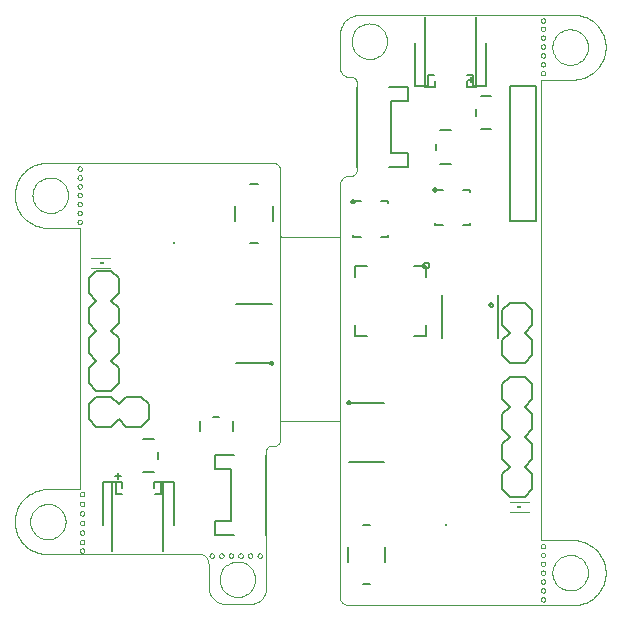
<source format=gto>
G75*
G70*
%OFA0B0*%
%FSLAX24Y24*%
%IPPOS*%
%LPD*%
%AMOC8*
5,1,8,0,0,1.08239X$1,22.5*
%
%ADD10C,0.0000*%
%ADD11C,0.0080*%
%ADD12C,0.0060*%
%ADD13C,0.0050*%
%ADD14R,0.0098X0.0098*%
%ADD15C,0.0028*%
%ADD16R,0.0157X0.0079*%
D10*
X001183Y005559D02*
X002265Y005559D01*
X002238Y005559D02*
X006238Y005559D01*
X006271Y005557D01*
X006305Y005552D01*
X006337Y005543D01*
X006368Y005531D01*
X006398Y005516D01*
X006426Y005498D01*
X006452Y005477D01*
X006476Y005453D01*
X006497Y005427D01*
X006515Y005399D01*
X006530Y005369D01*
X006542Y005338D01*
X006551Y005306D01*
X006556Y005272D01*
X006558Y005239D01*
X006558Y004439D01*
X006563Y004392D01*
X006572Y004346D01*
X006584Y004300D01*
X006600Y004256D01*
X006619Y004213D01*
X006642Y004171D01*
X006668Y004132D01*
X006696Y004094D01*
X006728Y004059D01*
X006762Y004027D01*
X006799Y003997D01*
X006838Y003970D01*
X006879Y003947D01*
X006921Y003927D01*
X006965Y003910D01*
X007011Y003896D01*
X007057Y003887D01*
X007104Y003880D01*
X007151Y003878D01*
X007198Y003879D01*
X007918Y003879D01*
X007964Y003881D01*
X008010Y003887D01*
X008055Y003896D01*
X008100Y003909D01*
X008143Y003926D01*
X008185Y003946D01*
X008224Y003970D01*
X008262Y003997D01*
X008297Y004027D01*
X008330Y004060D01*
X008360Y004095D01*
X008387Y004133D01*
X008411Y004172D01*
X008431Y004214D01*
X008448Y004257D01*
X008461Y004302D01*
X008470Y004347D01*
X008476Y004393D01*
X008478Y004439D01*
X008478Y008999D01*
X008480Y009022D01*
X008484Y009044D01*
X008492Y009065D01*
X008503Y009086D01*
X008517Y009104D01*
X008533Y009120D01*
X008551Y009134D01*
X008572Y009145D01*
X008593Y009153D01*
X008615Y009157D01*
X008638Y009159D01*
X008718Y009159D01*
X008747Y009161D01*
X008775Y009166D01*
X008802Y009174D01*
X008829Y009186D01*
X008853Y009201D01*
X008876Y009218D01*
X008896Y009238D01*
X008914Y009261D01*
X008929Y009285D01*
X008941Y009312D01*
X008950Y009339D01*
X008955Y009367D01*
X008957Y009396D01*
X008957Y009981D01*
X008957Y009976D02*
X008957Y016186D01*
X008957Y016161D02*
X008957Y018326D01*
X008955Y018357D01*
X008949Y018388D01*
X008940Y018418D01*
X008927Y018447D01*
X008911Y018474D01*
X008893Y018499D01*
X008871Y018522D01*
X008848Y018543D01*
X008822Y018561D01*
X008794Y018575D01*
X008765Y018587D01*
X008734Y018595D01*
X008703Y018600D01*
X008672Y018601D01*
X001182Y018601D01*
X001183Y018601D02*
X001120Y018599D01*
X001057Y018594D01*
X000995Y018584D01*
X000933Y018572D01*
X000872Y018555D01*
X000812Y018535D01*
X000754Y018512D01*
X000697Y018485D01*
X000641Y018455D01*
X000587Y018422D01*
X000536Y018386D01*
X000486Y018347D01*
X000439Y018305D01*
X000395Y018260D01*
X000353Y018213D01*
X000314Y018163D01*
X000278Y018112D01*
X000245Y018058D01*
X000215Y018003D01*
X000188Y017945D01*
X000165Y017887D01*
X000145Y017827D01*
X000129Y017766D01*
X000116Y017704D01*
X000107Y017642D01*
X000102Y017579D01*
X000100Y017516D01*
X000102Y017453D01*
X000107Y017390D01*
X000116Y017328D01*
X000129Y017266D01*
X000145Y017205D01*
X000165Y017146D01*
X000189Y017087D01*
X000215Y017030D01*
X000245Y016975D01*
X000278Y016921D01*
X000314Y016869D01*
X000353Y016820D01*
X000395Y016773D01*
X000440Y016728D01*
X000487Y016686D01*
X000536Y016647D01*
X000588Y016611D01*
X000641Y016578D01*
X000697Y016548D01*
X000754Y016522D01*
X000813Y016498D01*
X000872Y016478D01*
X000933Y016462D01*
X000995Y016449D01*
X001057Y016440D01*
X001120Y016435D01*
X001183Y016433D01*
X002265Y016433D01*
X002265Y007719D01*
X001183Y007719D01*
X001120Y007717D01*
X001057Y007712D01*
X000995Y007703D01*
X000933Y007690D01*
X000872Y007674D01*
X000813Y007654D01*
X000754Y007630D01*
X000697Y007604D01*
X000642Y007574D01*
X000588Y007541D01*
X000536Y007505D01*
X000487Y007466D01*
X000440Y007424D01*
X000395Y007379D01*
X000353Y007332D01*
X000314Y007283D01*
X000278Y007231D01*
X000245Y007178D01*
X000215Y007122D01*
X000189Y007065D01*
X000165Y007006D01*
X000145Y006947D01*
X000129Y006886D01*
X000116Y006824D01*
X000107Y006762D01*
X000102Y006699D01*
X000100Y006636D01*
X000102Y006573D01*
X000107Y006510D01*
X000116Y006448D01*
X000129Y006386D01*
X000145Y006325D01*
X000165Y006266D01*
X000189Y006207D01*
X000215Y006150D01*
X000245Y006095D01*
X000278Y006041D01*
X000314Y005989D01*
X000353Y005940D01*
X000395Y005893D01*
X000440Y005848D01*
X000487Y005806D01*
X000536Y005767D01*
X000588Y005731D01*
X000641Y005698D01*
X000697Y005668D01*
X000754Y005642D01*
X000813Y005618D01*
X000872Y005598D01*
X000933Y005582D01*
X000995Y005569D01*
X001057Y005560D01*
X001120Y005555D01*
X001183Y005553D01*
X000610Y006636D02*
X000612Y006684D01*
X000618Y006732D01*
X000628Y006779D01*
X000641Y006825D01*
X000659Y006870D01*
X000679Y006914D01*
X000704Y006956D01*
X000732Y006995D01*
X000762Y007032D01*
X000796Y007066D01*
X000833Y007098D01*
X000871Y007127D01*
X000912Y007152D01*
X000955Y007174D01*
X001000Y007192D01*
X001046Y007206D01*
X001093Y007217D01*
X001141Y007224D01*
X001189Y007227D01*
X001237Y007226D01*
X001285Y007221D01*
X001333Y007212D01*
X001379Y007200D01*
X001424Y007183D01*
X001468Y007163D01*
X001510Y007140D01*
X001550Y007113D01*
X001588Y007083D01*
X001623Y007050D01*
X001655Y007014D01*
X001685Y006976D01*
X001711Y006935D01*
X001733Y006892D01*
X001753Y006848D01*
X001768Y006803D01*
X001780Y006756D01*
X001788Y006708D01*
X001792Y006660D01*
X001792Y006612D01*
X001788Y006564D01*
X001780Y006516D01*
X001768Y006469D01*
X001753Y006424D01*
X001733Y006380D01*
X001711Y006337D01*
X001685Y006296D01*
X001655Y006258D01*
X001623Y006222D01*
X001588Y006189D01*
X001550Y006159D01*
X001510Y006132D01*
X001468Y006109D01*
X001424Y006089D01*
X001379Y006072D01*
X001333Y006060D01*
X001285Y006051D01*
X001237Y006046D01*
X001189Y006045D01*
X001141Y006048D01*
X001093Y006055D01*
X001046Y006066D01*
X001000Y006080D01*
X000955Y006098D01*
X000912Y006120D01*
X000871Y006145D01*
X000833Y006174D01*
X000796Y006206D01*
X000762Y006240D01*
X000732Y006277D01*
X000704Y006316D01*
X000679Y006358D01*
X000659Y006402D01*
X000641Y006447D01*
X000628Y006493D01*
X000618Y006540D01*
X000612Y006588D01*
X000610Y006636D01*
X002270Y006591D02*
X002272Y006608D01*
X002277Y006624D01*
X002286Y006638D01*
X002298Y006650D01*
X002312Y006659D01*
X002328Y006664D01*
X002345Y006666D01*
X002362Y006664D01*
X002378Y006659D01*
X002392Y006650D01*
X002404Y006638D01*
X002413Y006624D01*
X002418Y006608D01*
X002420Y006591D01*
X002418Y006574D01*
X002413Y006558D01*
X002404Y006544D01*
X002392Y006532D01*
X002378Y006523D01*
X002362Y006518D01*
X002345Y006516D01*
X002328Y006518D01*
X002312Y006523D01*
X002298Y006532D01*
X002286Y006544D01*
X002277Y006558D01*
X002272Y006574D01*
X002270Y006591D01*
X002270Y006911D02*
X002272Y006928D01*
X002277Y006944D01*
X002286Y006958D01*
X002298Y006970D01*
X002312Y006979D01*
X002328Y006984D01*
X002345Y006986D01*
X002362Y006984D01*
X002378Y006979D01*
X002392Y006970D01*
X002404Y006958D01*
X002413Y006944D01*
X002418Y006928D01*
X002420Y006911D01*
X002418Y006894D01*
X002413Y006878D01*
X002404Y006864D01*
X002392Y006852D01*
X002378Y006843D01*
X002362Y006838D01*
X002345Y006836D01*
X002328Y006838D01*
X002312Y006843D01*
X002298Y006852D01*
X002286Y006864D01*
X002277Y006878D01*
X002272Y006894D01*
X002270Y006911D01*
X002270Y007231D02*
X002272Y007248D01*
X002277Y007264D01*
X002286Y007278D01*
X002298Y007290D01*
X002312Y007299D01*
X002328Y007304D01*
X002345Y007306D01*
X002362Y007304D01*
X002378Y007299D01*
X002392Y007290D01*
X002404Y007278D01*
X002413Y007264D01*
X002418Y007248D01*
X002420Y007231D01*
X002418Y007214D01*
X002413Y007198D01*
X002404Y007184D01*
X002392Y007172D01*
X002378Y007163D01*
X002362Y007158D01*
X002345Y007156D01*
X002328Y007158D01*
X002312Y007163D01*
X002298Y007172D01*
X002286Y007184D01*
X002277Y007198D01*
X002272Y007214D01*
X002270Y007231D01*
X002270Y007551D02*
X002272Y007568D01*
X002277Y007584D01*
X002286Y007598D01*
X002298Y007610D01*
X002312Y007619D01*
X002328Y007624D01*
X002345Y007626D01*
X002362Y007624D01*
X002378Y007619D01*
X002392Y007610D01*
X002404Y007598D01*
X002413Y007584D01*
X002418Y007568D01*
X002420Y007551D01*
X002418Y007534D01*
X002413Y007518D01*
X002404Y007504D01*
X002392Y007492D01*
X002378Y007483D01*
X002362Y007478D01*
X002345Y007476D01*
X002328Y007478D01*
X002312Y007483D01*
X002298Y007492D01*
X002286Y007504D01*
X002277Y007518D01*
X002272Y007534D01*
X002270Y007551D01*
X002270Y006271D02*
X002272Y006288D01*
X002277Y006304D01*
X002286Y006318D01*
X002298Y006330D01*
X002312Y006339D01*
X002328Y006344D01*
X002345Y006346D01*
X002362Y006344D01*
X002378Y006339D01*
X002392Y006330D01*
X002404Y006318D01*
X002413Y006304D01*
X002418Y006288D01*
X002420Y006271D01*
X002418Y006254D01*
X002413Y006238D01*
X002404Y006224D01*
X002392Y006212D01*
X002378Y006203D01*
X002362Y006198D01*
X002345Y006196D01*
X002328Y006198D01*
X002312Y006203D01*
X002298Y006212D01*
X002286Y006224D01*
X002277Y006238D01*
X002272Y006254D01*
X002270Y006271D01*
X002270Y005951D02*
X002272Y005968D01*
X002277Y005984D01*
X002286Y005998D01*
X002298Y006010D01*
X002312Y006019D01*
X002328Y006024D01*
X002345Y006026D01*
X002362Y006024D01*
X002378Y006019D01*
X002392Y006010D01*
X002404Y005998D01*
X002413Y005984D01*
X002418Y005968D01*
X002420Y005951D01*
X002418Y005934D01*
X002413Y005918D01*
X002404Y005904D01*
X002392Y005892D01*
X002378Y005883D01*
X002362Y005878D01*
X002345Y005876D01*
X002328Y005878D01*
X002312Y005883D01*
X002298Y005892D01*
X002286Y005904D01*
X002277Y005918D01*
X002272Y005934D01*
X002270Y005951D01*
X002270Y005671D02*
X002272Y005688D01*
X002277Y005704D01*
X002286Y005718D01*
X002298Y005730D01*
X002312Y005739D01*
X002328Y005744D01*
X002345Y005746D01*
X002362Y005744D01*
X002378Y005739D01*
X002392Y005730D01*
X002404Y005718D01*
X002413Y005704D01*
X002418Y005688D01*
X002420Y005671D01*
X002418Y005654D01*
X002413Y005638D01*
X002404Y005624D01*
X002392Y005612D01*
X002378Y005603D01*
X002362Y005598D01*
X002345Y005596D01*
X002328Y005598D01*
X002312Y005603D01*
X002298Y005612D01*
X002286Y005624D01*
X002277Y005638D01*
X002272Y005654D01*
X002270Y005671D01*
X006590Y005504D02*
X006592Y005521D01*
X006597Y005537D01*
X006606Y005551D01*
X006618Y005563D01*
X006632Y005572D01*
X006648Y005577D01*
X006665Y005579D01*
X006682Y005577D01*
X006698Y005572D01*
X006712Y005563D01*
X006724Y005551D01*
X006733Y005537D01*
X006738Y005521D01*
X006740Y005504D01*
X006738Y005487D01*
X006733Y005471D01*
X006724Y005457D01*
X006712Y005445D01*
X006698Y005436D01*
X006682Y005431D01*
X006665Y005429D01*
X006648Y005431D01*
X006632Y005436D01*
X006618Y005445D01*
X006606Y005457D01*
X006597Y005471D01*
X006592Y005487D01*
X006590Y005504D01*
X006910Y005504D02*
X006912Y005521D01*
X006917Y005537D01*
X006926Y005551D01*
X006938Y005563D01*
X006952Y005572D01*
X006968Y005577D01*
X006985Y005579D01*
X007002Y005577D01*
X007018Y005572D01*
X007032Y005563D01*
X007044Y005551D01*
X007053Y005537D01*
X007058Y005521D01*
X007060Y005504D01*
X007058Y005487D01*
X007053Y005471D01*
X007044Y005457D01*
X007032Y005445D01*
X007018Y005436D01*
X007002Y005431D01*
X006985Y005429D01*
X006968Y005431D01*
X006952Y005436D01*
X006938Y005445D01*
X006926Y005457D01*
X006917Y005471D01*
X006912Y005487D01*
X006910Y005504D01*
X007230Y005504D02*
X007232Y005521D01*
X007237Y005537D01*
X007246Y005551D01*
X007258Y005563D01*
X007272Y005572D01*
X007288Y005577D01*
X007305Y005579D01*
X007322Y005577D01*
X007338Y005572D01*
X007352Y005563D01*
X007364Y005551D01*
X007373Y005537D01*
X007378Y005521D01*
X007380Y005504D01*
X007378Y005487D01*
X007373Y005471D01*
X007364Y005457D01*
X007352Y005445D01*
X007338Y005436D01*
X007322Y005431D01*
X007305Y005429D01*
X007288Y005431D01*
X007272Y005436D01*
X007258Y005445D01*
X007246Y005457D01*
X007237Y005471D01*
X007232Y005487D01*
X007230Y005504D01*
X007550Y005504D02*
X007552Y005521D01*
X007557Y005537D01*
X007566Y005551D01*
X007578Y005563D01*
X007592Y005572D01*
X007608Y005577D01*
X007625Y005579D01*
X007642Y005577D01*
X007658Y005572D01*
X007672Y005563D01*
X007684Y005551D01*
X007693Y005537D01*
X007698Y005521D01*
X007700Y005504D01*
X007698Y005487D01*
X007693Y005471D01*
X007684Y005457D01*
X007672Y005445D01*
X007658Y005436D01*
X007642Y005431D01*
X007625Y005429D01*
X007608Y005431D01*
X007592Y005436D01*
X007578Y005445D01*
X007566Y005457D01*
X007557Y005471D01*
X007552Y005487D01*
X007550Y005504D01*
X007870Y005504D02*
X007872Y005521D01*
X007877Y005537D01*
X007886Y005551D01*
X007898Y005563D01*
X007912Y005572D01*
X007928Y005577D01*
X007945Y005579D01*
X007962Y005577D01*
X007978Y005572D01*
X007992Y005563D01*
X008004Y005551D01*
X008013Y005537D01*
X008018Y005521D01*
X008020Y005504D01*
X008018Y005487D01*
X008013Y005471D01*
X008004Y005457D01*
X007992Y005445D01*
X007978Y005436D01*
X007962Y005431D01*
X007945Y005429D01*
X007928Y005431D01*
X007912Y005436D01*
X007898Y005445D01*
X007886Y005457D01*
X007877Y005471D01*
X007872Y005487D01*
X007870Y005504D01*
X008190Y005504D02*
X008192Y005521D01*
X008197Y005537D01*
X008206Y005551D01*
X008218Y005563D01*
X008232Y005572D01*
X008248Y005577D01*
X008265Y005579D01*
X008282Y005577D01*
X008298Y005572D01*
X008312Y005563D01*
X008324Y005551D01*
X008333Y005537D01*
X008338Y005521D01*
X008340Y005504D01*
X008338Y005487D01*
X008333Y005471D01*
X008324Y005457D01*
X008312Y005445D01*
X008298Y005436D01*
X008282Y005431D01*
X008265Y005429D01*
X008248Y005431D01*
X008232Y005436D01*
X008218Y005445D01*
X008206Y005457D01*
X008197Y005471D01*
X008192Y005487D01*
X008190Y005504D01*
X006930Y004716D02*
X006932Y004764D01*
X006938Y004812D01*
X006948Y004859D01*
X006961Y004905D01*
X006979Y004950D01*
X006999Y004994D01*
X007024Y005036D01*
X007052Y005075D01*
X007082Y005112D01*
X007116Y005146D01*
X007153Y005178D01*
X007191Y005207D01*
X007232Y005232D01*
X007275Y005254D01*
X007320Y005272D01*
X007366Y005286D01*
X007413Y005297D01*
X007461Y005304D01*
X007509Y005307D01*
X007557Y005306D01*
X007605Y005301D01*
X007653Y005292D01*
X007699Y005280D01*
X007744Y005263D01*
X007788Y005243D01*
X007830Y005220D01*
X007870Y005193D01*
X007908Y005163D01*
X007943Y005130D01*
X007975Y005094D01*
X008005Y005056D01*
X008031Y005015D01*
X008053Y004972D01*
X008073Y004928D01*
X008088Y004883D01*
X008100Y004836D01*
X008108Y004788D01*
X008112Y004740D01*
X008112Y004692D01*
X008108Y004644D01*
X008100Y004596D01*
X008088Y004549D01*
X008073Y004504D01*
X008053Y004460D01*
X008031Y004417D01*
X008005Y004376D01*
X007975Y004338D01*
X007943Y004302D01*
X007908Y004269D01*
X007870Y004239D01*
X007830Y004212D01*
X007788Y004189D01*
X007744Y004169D01*
X007699Y004152D01*
X007653Y004140D01*
X007605Y004131D01*
X007557Y004126D01*
X007509Y004125D01*
X007461Y004128D01*
X007413Y004135D01*
X007366Y004146D01*
X007320Y004160D01*
X007275Y004178D01*
X007232Y004200D01*
X007191Y004225D01*
X007153Y004254D01*
X007116Y004286D01*
X007082Y004320D01*
X007052Y004357D01*
X007024Y004396D01*
X006999Y004438D01*
X006979Y004482D01*
X006961Y004527D01*
X006948Y004573D01*
X006938Y004620D01*
X006932Y004668D01*
X006930Y004716D01*
X010935Y004126D02*
X010935Y009996D01*
X008972Y009996D01*
X008966Y009995D01*
X008961Y009992D01*
X008958Y009987D01*
X008957Y009981D01*
X010935Y009761D02*
X010935Y016171D01*
X010935Y016161D02*
X010935Y017851D01*
X010937Y017884D01*
X010942Y017917D01*
X010951Y017950D01*
X010963Y017981D01*
X010978Y018011D01*
X010997Y018039D01*
X011018Y018065D01*
X011042Y018089D01*
X011068Y018110D01*
X011096Y018128D01*
X011126Y018144D01*
X011158Y018156D01*
X011190Y018164D01*
X011223Y018169D01*
X011257Y018171D01*
X011256Y018171D02*
X011336Y018171D01*
X011359Y018173D01*
X011381Y018177D01*
X011402Y018185D01*
X011423Y018196D01*
X011441Y018210D01*
X011457Y018226D01*
X011471Y018244D01*
X011482Y018265D01*
X011490Y018286D01*
X011494Y018308D01*
X011496Y018331D01*
X011496Y021291D01*
X011494Y021314D01*
X011490Y021336D01*
X011482Y021357D01*
X011471Y021378D01*
X011457Y021396D01*
X011441Y021412D01*
X011423Y021426D01*
X011402Y021437D01*
X011381Y021445D01*
X011359Y021449D01*
X011336Y021451D01*
X011256Y021451D01*
X011223Y021453D01*
X011189Y021458D01*
X011157Y021467D01*
X011126Y021479D01*
X011096Y021494D01*
X011068Y021512D01*
X011042Y021533D01*
X011018Y021557D01*
X010997Y021583D01*
X010979Y021611D01*
X010964Y021641D01*
X010952Y021672D01*
X010943Y021704D01*
X010938Y021738D01*
X010936Y021771D01*
X010936Y022847D01*
X010938Y022898D01*
X010944Y022950D01*
X010953Y023000D01*
X010967Y023050D01*
X010984Y023099D01*
X011004Y023146D01*
X011028Y023192D01*
X011056Y023235D01*
X011086Y023277D01*
X011120Y023316D01*
X011156Y023352D01*
X011195Y023386D01*
X011237Y023416D01*
X011280Y023444D01*
X011326Y023468D01*
X011373Y023488D01*
X011422Y023505D01*
X011472Y023519D01*
X011522Y023528D01*
X011574Y023534D01*
X011625Y023536D01*
X018712Y023536D01*
X018775Y023534D01*
X018838Y023529D01*
X018900Y023520D01*
X018962Y023507D01*
X019023Y023491D01*
X019082Y023471D01*
X019141Y023447D01*
X019198Y023421D01*
X019254Y023391D01*
X019307Y023358D01*
X019359Y023322D01*
X019408Y023283D01*
X019455Y023241D01*
X019500Y023196D01*
X019542Y023149D01*
X019581Y023100D01*
X019617Y023048D01*
X019650Y022994D01*
X019680Y022939D01*
X019706Y022882D01*
X019730Y022823D01*
X019750Y022764D01*
X019766Y022703D01*
X019779Y022641D01*
X019788Y022579D01*
X019793Y022516D01*
X019795Y022453D01*
X019793Y022390D01*
X019788Y022327D01*
X019779Y022265D01*
X019766Y022203D01*
X019750Y022142D01*
X019730Y022083D01*
X019706Y022024D01*
X019680Y021967D01*
X019650Y021912D01*
X019617Y021858D01*
X019581Y021806D01*
X019542Y021757D01*
X019500Y021710D01*
X019455Y021665D01*
X019408Y021623D01*
X019359Y021584D01*
X019307Y021548D01*
X019254Y021515D01*
X019198Y021485D01*
X019141Y021459D01*
X019082Y021435D01*
X019023Y021415D01*
X018962Y021399D01*
X018900Y021386D01*
X018838Y021377D01*
X018775Y021372D01*
X018712Y021370D01*
X017629Y021370D01*
X017629Y006016D01*
X018712Y006016D01*
X017634Y005819D02*
X017636Y005836D01*
X017641Y005852D01*
X017650Y005866D01*
X017662Y005878D01*
X017676Y005887D01*
X017692Y005892D01*
X017709Y005894D01*
X017726Y005892D01*
X017742Y005887D01*
X017756Y005878D01*
X017768Y005866D01*
X017777Y005852D01*
X017782Y005836D01*
X017784Y005819D01*
X017782Y005802D01*
X017777Y005786D01*
X017768Y005772D01*
X017756Y005760D01*
X017742Y005751D01*
X017726Y005746D01*
X017709Y005744D01*
X017692Y005746D01*
X017676Y005751D01*
X017662Y005760D01*
X017650Y005772D01*
X017641Y005786D01*
X017636Y005802D01*
X017634Y005819D01*
X017634Y005524D02*
X017636Y005541D01*
X017641Y005557D01*
X017650Y005571D01*
X017662Y005583D01*
X017676Y005592D01*
X017692Y005597D01*
X017709Y005599D01*
X017726Y005597D01*
X017742Y005592D01*
X017756Y005583D01*
X017768Y005571D01*
X017777Y005557D01*
X017782Y005541D01*
X017784Y005524D01*
X017782Y005507D01*
X017777Y005491D01*
X017768Y005477D01*
X017756Y005465D01*
X017742Y005456D01*
X017726Y005451D01*
X017709Y005449D01*
X017692Y005451D01*
X017676Y005456D01*
X017662Y005465D01*
X017650Y005477D01*
X017641Y005491D01*
X017636Y005507D01*
X017634Y005524D01*
X017634Y005229D02*
X017636Y005246D01*
X017641Y005262D01*
X017650Y005276D01*
X017662Y005288D01*
X017676Y005297D01*
X017692Y005302D01*
X017709Y005304D01*
X017726Y005302D01*
X017742Y005297D01*
X017756Y005288D01*
X017768Y005276D01*
X017777Y005262D01*
X017782Y005246D01*
X017784Y005229D01*
X017782Y005212D01*
X017777Y005196D01*
X017768Y005182D01*
X017756Y005170D01*
X017742Y005161D01*
X017726Y005156D01*
X017709Y005154D01*
X017692Y005156D01*
X017676Y005161D01*
X017662Y005170D01*
X017650Y005182D01*
X017641Y005196D01*
X017636Y005212D01*
X017634Y005229D01*
X017634Y004933D02*
X017636Y004950D01*
X017641Y004966D01*
X017650Y004980D01*
X017662Y004992D01*
X017676Y005001D01*
X017692Y005006D01*
X017709Y005008D01*
X017726Y005006D01*
X017742Y005001D01*
X017756Y004992D01*
X017768Y004980D01*
X017777Y004966D01*
X017782Y004950D01*
X017784Y004933D01*
X017782Y004916D01*
X017777Y004900D01*
X017768Y004886D01*
X017756Y004874D01*
X017742Y004865D01*
X017726Y004860D01*
X017709Y004858D01*
X017692Y004860D01*
X017676Y004865D01*
X017662Y004874D01*
X017650Y004886D01*
X017641Y004900D01*
X017636Y004916D01*
X017634Y004933D01*
X017634Y004638D02*
X017636Y004655D01*
X017641Y004671D01*
X017650Y004685D01*
X017662Y004697D01*
X017676Y004706D01*
X017692Y004711D01*
X017709Y004713D01*
X017726Y004711D01*
X017742Y004706D01*
X017756Y004697D01*
X017768Y004685D01*
X017777Y004671D01*
X017782Y004655D01*
X017784Y004638D01*
X017782Y004621D01*
X017777Y004605D01*
X017768Y004591D01*
X017756Y004579D01*
X017742Y004570D01*
X017726Y004565D01*
X017709Y004563D01*
X017692Y004565D01*
X017676Y004570D01*
X017662Y004579D01*
X017650Y004591D01*
X017641Y004605D01*
X017636Y004621D01*
X017634Y004638D01*
X017634Y004343D02*
X017636Y004360D01*
X017641Y004376D01*
X017650Y004390D01*
X017662Y004402D01*
X017676Y004411D01*
X017692Y004416D01*
X017709Y004418D01*
X017726Y004416D01*
X017742Y004411D01*
X017756Y004402D01*
X017768Y004390D01*
X017777Y004376D01*
X017782Y004360D01*
X017784Y004343D01*
X017782Y004326D01*
X017777Y004310D01*
X017768Y004296D01*
X017756Y004284D01*
X017742Y004275D01*
X017726Y004270D01*
X017709Y004268D01*
X017692Y004270D01*
X017676Y004275D01*
X017662Y004284D01*
X017650Y004296D01*
X017641Y004310D01*
X017636Y004326D01*
X017634Y004343D01*
X017634Y004047D02*
X017636Y004064D01*
X017641Y004080D01*
X017650Y004094D01*
X017662Y004106D01*
X017676Y004115D01*
X017692Y004120D01*
X017709Y004122D01*
X017726Y004120D01*
X017742Y004115D01*
X017756Y004106D01*
X017768Y004094D01*
X017777Y004080D01*
X017782Y004064D01*
X017784Y004047D01*
X017782Y004030D01*
X017777Y004014D01*
X017768Y004000D01*
X017756Y003988D01*
X017742Y003979D01*
X017726Y003974D01*
X017709Y003972D01*
X017692Y003974D01*
X017676Y003979D01*
X017662Y003988D01*
X017650Y004000D01*
X017641Y004014D01*
X017636Y004030D01*
X017634Y004047D01*
X017270Y003851D02*
X012870Y003851D01*
X011220Y003851D02*
X018712Y003851D01*
X019795Y004933D02*
X019793Y004996D01*
X019788Y005059D01*
X019779Y005121D01*
X019766Y005183D01*
X019750Y005244D01*
X019730Y005303D01*
X019706Y005362D01*
X019680Y005419D01*
X019650Y005474D01*
X019617Y005528D01*
X019581Y005580D01*
X019542Y005629D01*
X019500Y005676D01*
X019455Y005721D01*
X019408Y005763D01*
X019359Y005802D01*
X019307Y005838D01*
X019254Y005871D01*
X019198Y005901D01*
X019141Y005927D01*
X019082Y005951D01*
X019023Y005971D01*
X018962Y005987D01*
X018900Y006000D01*
X018838Y006009D01*
X018775Y006014D01*
X018712Y006016D01*
X019795Y004933D02*
X019793Y004870D01*
X019788Y004807D01*
X019779Y004745D01*
X019766Y004683D01*
X019750Y004622D01*
X019730Y004563D01*
X019706Y004504D01*
X019680Y004447D01*
X019650Y004392D01*
X019617Y004338D01*
X019581Y004286D01*
X019542Y004237D01*
X019500Y004190D01*
X019455Y004145D01*
X019408Y004103D01*
X019359Y004064D01*
X019307Y004028D01*
X019254Y003995D01*
X019198Y003965D01*
X019141Y003939D01*
X019082Y003915D01*
X019023Y003895D01*
X018962Y003879D01*
X018900Y003866D01*
X018838Y003857D01*
X018775Y003852D01*
X018712Y003850D01*
X018022Y004933D02*
X018024Y004981D01*
X018030Y005029D01*
X018040Y005076D01*
X018053Y005122D01*
X018071Y005167D01*
X018091Y005211D01*
X018116Y005253D01*
X018144Y005292D01*
X018174Y005329D01*
X018208Y005363D01*
X018245Y005395D01*
X018283Y005424D01*
X018324Y005449D01*
X018367Y005471D01*
X018412Y005489D01*
X018458Y005503D01*
X018505Y005514D01*
X018553Y005521D01*
X018601Y005524D01*
X018649Y005523D01*
X018697Y005518D01*
X018745Y005509D01*
X018791Y005497D01*
X018836Y005480D01*
X018880Y005460D01*
X018922Y005437D01*
X018962Y005410D01*
X019000Y005380D01*
X019035Y005347D01*
X019067Y005311D01*
X019097Y005273D01*
X019123Y005232D01*
X019145Y005189D01*
X019165Y005145D01*
X019180Y005100D01*
X019192Y005053D01*
X019200Y005005D01*
X019204Y004957D01*
X019204Y004909D01*
X019200Y004861D01*
X019192Y004813D01*
X019180Y004766D01*
X019165Y004721D01*
X019145Y004677D01*
X019123Y004634D01*
X019097Y004593D01*
X019067Y004555D01*
X019035Y004519D01*
X019000Y004486D01*
X018962Y004456D01*
X018922Y004429D01*
X018880Y004406D01*
X018836Y004386D01*
X018791Y004369D01*
X018745Y004357D01*
X018697Y004348D01*
X018649Y004343D01*
X018601Y004342D01*
X018553Y004345D01*
X018505Y004352D01*
X018458Y004363D01*
X018412Y004377D01*
X018367Y004395D01*
X018324Y004417D01*
X018283Y004442D01*
X018245Y004471D01*
X018208Y004503D01*
X018174Y004537D01*
X018144Y004574D01*
X018116Y004613D01*
X018091Y004655D01*
X018071Y004699D01*
X018053Y004744D01*
X018040Y004790D01*
X018030Y004837D01*
X018024Y004885D01*
X018022Y004933D01*
X011220Y003851D02*
X011189Y003852D01*
X011158Y003857D01*
X011127Y003865D01*
X011098Y003877D01*
X011070Y003891D01*
X011044Y003909D01*
X011021Y003930D01*
X010999Y003953D01*
X010981Y003978D01*
X010965Y004005D01*
X010952Y004034D01*
X010943Y004064D01*
X010937Y004095D01*
X010935Y004126D01*
X010885Y016111D02*
X009007Y016111D01*
X008994Y016113D01*
X008982Y016118D01*
X008972Y016126D01*
X008964Y016136D01*
X008959Y016148D01*
X008957Y016161D01*
X010885Y016111D02*
X010898Y016113D01*
X010910Y016118D01*
X010920Y016126D01*
X010928Y016136D01*
X010933Y016148D01*
X010935Y016161D01*
X007024Y018599D02*
X002624Y018599D01*
X002190Y018402D02*
X002192Y018419D01*
X002197Y018435D01*
X002206Y018449D01*
X002218Y018461D01*
X002232Y018470D01*
X002248Y018475D01*
X002265Y018477D01*
X002282Y018475D01*
X002298Y018470D01*
X002312Y018461D01*
X002324Y018449D01*
X002333Y018435D01*
X002338Y018419D01*
X002340Y018402D01*
X002338Y018385D01*
X002333Y018369D01*
X002324Y018355D01*
X002312Y018343D01*
X002298Y018334D01*
X002282Y018329D01*
X002265Y018327D01*
X002248Y018329D01*
X002232Y018334D01*
X002218Y018343D01*
X002206Y018355D01*
X002197Y018369D01*
X002192Y018385D01*
X002190Y018402D01*
X002190Y018107D02*
X002192Y018124D01*
X002197Y018140D01*
X002206Y018154D01*
X002218Y018166D01*
X002232Y018175D01*
X002248Y018180D01*
X002265Y018182D01*
X002282Y018180D01*
X002298Y018175D01*
X002312Y018166D01*
X002324Y018154D01*
X002333Y018140D01*
X002338Y018124D01*
X002340Y018107D01*
X002338Y018090D01*
X002333Y018074D01*
X002324Y018060D01*
X002312Y018048D01*
X002298Y018039D01*
X002282Y018034D01*
X002265Y018032D01*
X002248Y018034D01*
X002232Y018039D01*
X002218Y018048D01*
X002206Y018060D01*
X002197Y018074D01*
X002192Y018090D01*
X002190Y018107D01*
X002190Y017811D02*
X002192Y017828D01*
X002197Y017844D01*
X002206Y017858D01*
X002218Y017870D01*
X002232Y017879D01*
X002248Y017884D01*
X002265Y017886D01*
X002282Y017884D01*
X002298Y017879D01*
X002312Y017870D01*
X002324Y017858D01*
X002333Y017844D01*
X002338Y017828D01*
X002340Y017811D01*
X002338Y017794D01*
X002333Y017778D01*
X002324Y017764D01*
X002312Y017752D01*
X002298Y017743D01*
X002282Y017738D01*
X002265Y017736D01*
X002248Y017738D01*
X002232Y017743D01*
X002218Y017752D01*
X002206Y017764D01*
X002197Y017778D01*
X002192Y017794D01*
X002190Y017811D01*
X002190Y017516D02*
X002192Y017533D01*
X002197Y017549D01*
X002206Y017563D01*
X002218Y017575D01*
X002232Y017584D01*
X002248Y017589D01*
X002265Y017591D01*
X002282Y017589D01*
X002298Y017584D01*
X002312Y017575D01*
X002324Y017563D01*
X002333Y017549D01*
X002338Y017533D01*
X002340Y017516D01*
X002338Y017499D01*
X002333Y017483D01*
X002324Y017469D01*
X002312Y017457D01*
X002298Y017448D01*
X002282Y017443D01*
X002265Y017441D01*
X002248Y017443D01*
X002232Y017448D01*
X002218Y017457D01*
X002206Y017469D01*
X002197Y017483D01*
X002192Y017499D01*
X002190Y017516D01*
X002190Y017221D02*
X002192Y017238D01*
X002197Y017254D01*
X002206Y017268D01*
X002218Y017280D01*
X002232Y017289D01*
X002248Y017294D01*
X002265Y017296D01*
X002282Y017294D01*
X002298Y017289D01*
X002312Y017280D01*
X002324Y017268D01*
X002333Y017254D01*
X002338Y017238D01*
X002340Y017221D01*
X002338Y017204D01*
X002333Y017188D01*
X002324Y017174D01*
X002312Y017162D01*
X002298Y017153D01*
X002282Y017148D01*
X002265Y017146D01*
X002248Y017148D01*
X002232Y017153D01*
X002218Y017162D01*
X002206Y017174D01*
X002197Y017188D01*
X002192Y017204D01*
X002190Y017221D01*
X002190Y016926D02*
X002192Y016943D01*
X002197Y016959D01*
X002206Y016973D01*
X002218Y016985D01*
X002232Y016994D01*
X002248Y016999D01*
X002265Y017001D01*
X002282Y016999D01*
X002298Y016994D01*
X002312Y016985D01*
X002324Y016973D01*
X002333Y016959D01*
X002338Y016943D01*
X002340Y016926D01*
X002338Y016909D01*
X002333Y016893D01*
X002324Y016879D01*
X002312Y016867D01*
X002298Y016858D01*
X002282Y016853D01*
X002265Y016851D01*
X002248Y016853D01*
X002232Y016858D01*
X002218Y016867D01*
X002206Y016879D01*
X002197Y016893D01*
X002192Y016909D01*
X002190Y016926D01*
X002190Y016630D02*
X002192Y016647D01*
X002197Y016663D01*
X002206Y016677D01*
X002218Y016689D01*
X002232Y016698D01*
X002248Y016703D01*
X002265Y016705D01*
X002282Y016703D01*
X002298Y016698D01*
X002312Y016689D01*
X002324Y016677D01*
X002333Y016663D01*
X002338Y016647D01*
X002340Y016630D01*
X002338Y016613D01*
X002333Y016597D01*
X002324Y016583D01*
X002312Y016571D01*
X002298Y016562D01*
X002282Y016557D01*
X002265Y016555D01*
X002248Y016557D01*
X002232Y016562D01*
X002218Y016571D01*
X002206Y016583D01*
X002197Y016597D01*
X002192Y016613D01*
X002190Y016630D01*
X000690Y017516D02*
X000692Y017564D01*
X000698Y017612D01*
X000708Y017659D01*
X000721Y017705D01*
X000739Y017750D01*
X000759Y017794D01*
X000784Y017836D01*
X000812Y017875D01*
X000842Y017912D01*
X000876Y017946D01*
X000913Y017978D01*
X000951Y018007D01*
X000992Y018032D01*
X001035Y018054D01*
X001080Y018072D01*
X001126Y018086D01*
X001173Y018097D01*
X001221Y018104D01*
X001269Y018107D01*
X001317Y018106D01*
X001365Y018101D01*
X001413Y018092D01*
X001459Y018080D01*
X001504Y018063D01*
X001548Y018043D01*
X001590Y018020D01*
X001630Y017993D01*
X001668Y017963D01*
X001703Y017930D01*
X001735Y017894D01*
X001765Y017856D01*
X001791Y017815D01*
X001813Y017772D01*
X001833Y017728D01*
X001848Y017683D01*
X001860Y017636D01*
X001868Y017588D01*
X001872Y017540D01*
X001872Y017492D01*
X001868Y017444D01*
X001860Y017396D01*
X001848Y017349D01*
X001833Y017304D01*
X001813Y017260D01*
X001791Y017217D01*
X001765Y017176D01*
X001735Y017138D01*
X001703Y017102D01*
X001668Y017069D01*
X001630Y017039D01*
X001590Y017012D01*
X001548Y016989D01*
X001504Y016969D01*
X001459Y016952D01*
X001413Y016940D01*
X001365Y016931D01*
X001317Y016926D01*
X001269Y016925D01*
X001221Y016928D01*
X001173Y016935D01*
X001126Y016946D01*
X001080Y016960D01*
X001035Y016978D01*
X000992Y017000D01*
X000951Y017025D01*
X000913Y017054D01*
X000876Y017086D01*
X000842Y017120D01*
X000812Y017157D01*
X000784Y017196D01*
X000759Y017238D01*
X000739Y017282D01*
X000721Y017327D01*
X000708Y017373D01*
X000698Y017420D01*
X000692Y017468D01*
X000690Y017516D01*
X011330Y022650D02*
X011332Y022698D01*
X011338Y022746D01*
X011348Y022793D01*
X011361Y022839D01*
X011379Y022884D01*
X011399Y022928D01*
X011424Y022970D01*
X011452Y023009D01*
X011482Y023046D01*
X011516Y023080D01*
X011553Y023112D01*
X011591Y023141D01*
X011632Y023166D01*
X011675Y023188D01*
X011720Y023206D01*
X011766Y023220D01*
X011813Y023231D01*
X011861Y023238D01*
X011909Y023241D01*
X011957Y023240D01*
X012005Y023235D01*
X012053Y023226D01*
X012099Y023214D01*
X012144Y023197D01*
X012188Y023177D01*
X012230Y023154D01*
X012270Y023127D01*
X012308Y023097D01*
X012343Y023064D01*
X012375Y023028D01*
X012405Y022990D01*
X012431Y022949D01*
X012453Y022906D01*
X012473Y022862D01*
X012488Y022817D01*
X012500Y022770D01*
X012508Y022722D01*
X012512Y022674D01*
X012512Y022626D01*
X012508Y022578D01*
X012500Y022530D01*
X012488Y022483D01*
X012473Y022438D01*
X012453Y022394D01*
X012431Y022351D01*
X012405Y022310D01*
X012375Y022272D01*
X012343Y022236D01*
X012308Y022203D01*
X012270Y022173D01*
X012230Y022146D01*
X012188Y022123D01*
X012144Y022103D01*
X012099Y022086D01*
X012053Y022074D01*
X012005Y022065D01*
X011957Y022060D01*
X011909Y022059D01*
X011861Y022062D01*
X011813Y022069D01*
X011766Y022080D01*
X011720Y022094D01*
X011675Y022112D01*
X011632Y022134D01*
X011591Y022159D01*
X011553Y022188D01*
X011516Y022220D01*
X011482Y022254D01*
X011452Y022291D01*
X011424Y022330D01*
X011399Y022372D01*
X011379Y022416D01*
X011361Y022461D01*
X011348Y022507D01*
X011338Y022554D01*
X011332Y022602D01*
X011330Y022650D01*
X017634Y022767D02*
X017636Y022784D01*
X017641Y022800D01*
X017650Y022814D01*
X017662Y022826D01*
X017676Y022835D01*
X017692Y022840D01*
X017709Y022842D01*
X017726Y022840D01*
X017742Y022835D01*
X017756Y022826D01*
X017768Y022814D01*
X017777Y022800D01*
X017782Y022784D01*
X017784Y022767D01*
X017782Y022750D01*
X017777Y022734D01*
X017768Y022720D01*
X017756Y022708D01*
X017742Y022699D01*
X017726Y022694D01*
X017709Y022692D01*
X017692Y022694D01*
X017676Y022699D01*
X017662Y022708D01*
X017650Y022720D01*
X017641Y022734D01*
X017636Y022750D01*
X017634Y022767D01*
X017634Y023062D02*
X017636Y023079D01*
X017641Y023095D01*
X017650Y023109D01*
X017662Y023121D01*
X017676Y023130D01*
X017692Y023135D01*
X017709Y023137D01*
X017726Y023135D01*
X017742Y023130D01*
X017756Y023121D01*
X017768Y023109D01*
X017777Y023095D01*
X017782Y023079D01*
X017784Y023062D01*
X017782Y023045D01*
X017777Y023029D01*
X017768Y023015D01*
X017756Y023003D01*
X017742Y022994D01*
X017726Y022989D01*
X017709Y022987D01*
X017692Y022989D01*
X017676Y022994D01*
X017662Y023003D01*
X017650Y023015D01*
X017641Y023029D01*
X017636Y023045D01*
X017634Y023062D01*
X017634Y023339D02*
X017636Y023356D01*
X017641Y023372D01*
X017650Y023386D01*
X017662Y023398D01*
X017676Y023407D01*
X017692Y023412D01*
X017709Y023414D01*
X017726Y023412D01*
X017742Y023407D01*
X017756Y023398D01*
X017768Y023386D01*
X017777Y023372D01*
X017782Y023356D01*
X017784Y023339D01*
X017782Y023322D01*
X017777Y023306D01*
X017768Y023292D01*
X017756Y023280D01*
X017742Y023271D01*
X017726Y023266D01*
X017709Y023264D01*
X017692Y023266D01*
X017676Y023271D01*
X017662Y023280D01*
X017650Y023292D01*
X017641Y023306D01*
X017636Y023322D01*
X017634Y023339D01*
X017634Y022471D02*
X017636Y022488D01*
X017641Y022504D01*
X017650Y022518D01*
X017662Y022530D01*
X017676Y022539D01*
X017692Y022544D01*
X017709Y022546D01*
X017726Y022544D01*
X017742Y022539D01*
X017756Y022530D01*
X017768Y022518D01*
X017777Y022504D01*
X017782Y022488D01*
X017784Y022471D01*
X017782Y022454D01*
X017777Y022438D01*
X017768Y022424D01*
X017756Y022412D01*
X017742Y022403D01*
X017726Y022398D01*
X017709Y022396D01*
X017692Y022398D01*
X017676Y022403D01*
X017662Y022412D01*
X017650Y022424D01*
X017641Y022438D01*
X017636Y022454D01*
X017634Y022471D01*
X017634Y022176D02*
X017636Y022193D01*
X017641Y022209D01*
X017650Y022223D01*
X017662Y022235D01*
X017676Y022244D01*
X017692Y022249D01*
X017709Y022251D01*
X017726Y022249D01*
X017742Y022244D01*
X017756Y022235D01*
X017768Y022223D01*
X017777Y022209D01*
X017782Y022193D01*
X017784Y022176D01*
X017782Y022159D01*
X017777Y022143D01*
X017768Y022129D01*
X017756Y022117D01*
X017742Y022108D01*
X017726Y022103D01*
X017709Y022101D01*
X017692Y022103D01*
X017676Y022108D01*
X017662Y022117D01*
X017650Y022129D01*
X017641Y022143D01*
X017636Y022159D01*
X017634Y022176D01*
X017634Y021881D02*
X017636Y021898D01*
X017641Y021914D01*
X017650Y021928D01*
X017662Y021940D01*
X017676Y021949D01*
X017692Y021954D01*
X017709Y021956D01*
X017726Y021954D01*
X017742Y021949D01*
X017756Y021940D01*
X017768Y021928D01*
X017777Y021914D01*
X017782Y021898D01*
X017784Y021881D01*
X017782Y021864D01*
X017777Y021848D01*
X017768Y021834D01*
X017756Y021822D01*
X017742Y021813D01*
X017726Y021808D01*
X017709Y021806D01*
X017692Y021808D01*
X017676Y021813D01*
X017662Y021822D01*
X017650Y021834D01*
X017641Y021848D01*
X017636Y021864D01*
X017634Y021881D01*
X017634Y021586D02*
X017636Y021603D01*
X017641Y021619D01*
X017650Y021633D01*
X017662Y021645D01*
X017676Y021654D01*
X017692Y021659D01*
X017709Y021661D01*
X017726Y021659D01*
X017742Y021654D01*
X017756Y021645D01*
X017768Y021633D01*
X017777Y021619D01*
X017782Y021603D01*
X017784Y021586D01*
X017782Y021569D01*
X017777Y021553D01*
X017768Y021539D01*
X017756Y021527D01*
X017742Y021518D01*
X017726Y021513D01*
X017709Y021511D01*
X017692Y021513D01*
X017676Y021518D01*
X017662Y021527D01*
X017650Y021539D01*
X017641Y021553D01*
X017636Y021569D01*
X017634Y021586D01*
X018022Y022453D02*
X018024Y022501D01*
X018030Y022549D01*
X018040Y022596D01*
X018053Y022642D01*
X018071Y022687D01*
X018091Y022731D01*
X018116Y022773D01*
X018144Y022812D01*
X018174Y022849D01*
X018208Y022883D01*
X018245Y022915D01*
X018283Y022944D01*
X018324Y022969D01*
X018367Y022991D01*
X018412Y023009D01*
X018458Y023023D01*
X018505Y023034D01*
X018553Y023041D01*
X018601Y023044D01*
X018649Y023043D01*
X018697Y023038D01*
X018745Y023029D01*
X018791Y023017D01*
X018836Y023000D01*
X018880Y022980D01*
X018922Y022957D01*
X018962Y022930D01*
X019000Y022900D01*
X019035Y022867D01*
X019067Y022831D01*
X019097Y022793D01*
X019123Y022752D01*
X019145Y022709D01*
X019165Y022665D01*
X019180Y022620D01*
X019192Y022573D01*
X019200Y022525D01*
X019204Y022477D01*
X019204Y022429D01*
X019200Y022381D01*
X019192Y022333D01*
X019180Y022286D01*
X019165Y022241D01*
X019145Y022197D01*
X019123Y022154D01*
X019097Y022113D01*
X019067Y022075D01*
X019035Y022039D01*
X019000Y022006D01*
X018962Y021976D01*
X018922Y021949D01*
X018880Y021926D01*
X018836Y021906D01*
X018791Y021889D01*
X018745Y021877D01*
X018697Y021868D01*
X018649Y021863D01*
X018601Y021862D01*
X018553Y021865D01*
X018505Y021872D01*
X018458Y021883D01*
X018412Y021897D01*
X018367Y021915D01*
X018324Y021937D01*
X018283Y021962D01*
X018245Y021991D01*
X018208Y022023D01*
X018174Y022057D01*
X018144Y022094D01*
X018116Y022133D01*
X018091Y022175D01*
X018071Y022219D01*
X018053Y022264D01*
X018040Y022310D01*
X018030Y022357D01*
X018024Y022405D01*
X018022Y022453D01*
D11*
X017489Y021159D02*
X017489Y016671D01*
X016622Y016671D01*
X016622Y021159D01*
X017489Y021159D01*
X015968Y020831D02*
X015629Y020831D01*
X015479Y020377D02*
X015479Y020165D01*
X015629Y019711D02*
X015968Y019711D01*
X014625Y019691D02*
X014287Y019691D01*
X014137Y019236D02*
X014137Y019025D01*
X014287Y018571D02*
X014625Y018571D01*
X013203Y018457D02*
X012573Y018457D01*
X012651Y018929D02*
X013203Y018929D01*
X013203Y018457D01*
X012651Y018929D02*
X012651Y020662D01*
X013203Y020662D01*
X013203Y021134D01*
X012573Y021134D01*
X011510Y021134D02*
X011510Y018457D01*
X008702Y017143D02*
X008702Y016671D01*
X008191Y015923D02*
X007954Y015923D01*
X007443Y016671D02*
X007443Y017143D01*
X007954Y017891D02*
X008191Y017891D01*
X003558Y014749D02*
X003558Y014249D01*
X003308Y013999D01*
X003558Y013749D01*
X003558Y013249D01*
X003308Y012999D01*
X003558Y012749D01*
X003558Y012249D01*
X003308Y011999D01*
X003558Y011749D01*
X003558Y011249D01*
X003308Y010999D01*
X002808Y010999D01*
X002558Y011249D01*
X002558Y011749D01*
X002808Y011999D01*
X002558Y012249D01*
X002558Y012749D01*
X002808Y012999D01*
X002558Y013249D01*
X002558Y013749D01*
X002808Y013999D01*
X002558Y014249D01*
X002558Y014749D01*
X002808Y014999D01*
X003308Y014999D01*
X003558Y014749D01*
X003310Y010793D02*
X002810Y010793D01*
X002560Y010543D01*
X002560Y010043D01*
X002810Y009793D01*
X003310Y009793D01*
X003560Y010043D01*
X003810Y009793D01*
X004310Y009793D01*
X004560Y010043D01*
X004560Y010543D01*
X004310Y010793D01*
X003810Y010793D01*
X003560Y010543D01*
X003310Y010793D01*
X004389Y009399D02*
X004727Y009399D01*
X004877Y008944D02*
X004877Y008733D01*
X004727Y008279D02*
X004389Y008279D01*
X003643Y008159D02*
X003430Y008159D01*
X003537Y008266D02*
X003537Y008052D01*
X006259Y009648D02*
X006259Y009986D01*
X006713Y010136D02*
X006924Y010136D01*
X007379Y009986D02*
X007379Y009648D01*
X007402Y008873D02*
X006772Y008873D01*
X006772Y008400D01*
X007323Y008400D01*
X007323Y006668D01*
X006772Y006668D01*
X006772Y006195D01*
X007402Y006195D01*
X008465Y006195D02*
X008465Y008873D01*
X011192Y005779D02*
X011192Y005306D01*
X011704Y004558D02*
X011940Y004558D01*
X012452Y005306D02*
X012452Y005779D01*
X011940Y006527D02*
X011704Y006527D01*
X016356Y007721D02*
X016356Y008221D01*
X016606Y008471D01*
X016356Y008721D01*
X016356Y009221D01*
X016606Y009471D01*
X016356Y009721D01*
X016356Y010221D01*
X016606Y010471D01*
X016356Y010721D01*
X016356Y011221D01*
X016606Y011471D01*
X017106Y011471D01*
X017356Y011221D01*
X017356Y010721D01*
X017106Y010471D01*
X017356Y010221D01*
X017356Y009721D01*
X017106Y009471D01*
X017356Y009221D01*
X017356Y008721D01*
X017106Y008471D01*
X017356Y008221D01*
X017356Y007721D01*
X017106Y007471D01*
X016606Y007471D01*
X016356Y007721D01*
X016592Y011932D02*
X016342Y012182D01*
X016342Y012682D01*
X016592Y012932D01*
X016342Y013182D01*
X016342Y013682D01*
X016592Y013932D01*
X017092Y013932D01*
X017342Y013682D01*
X017342Y013182D01*
X017092Y012932D01*
X017342Y012682D01*
X017342Y012182D01*
X017092Y011932D01*
X016592Y011932D01*
X015920Y013862D02*
X015922Y013877D01*
X015928Y013890D01*
X015937Y013902D01*
X015948Y013911D01*
X015962Y013917D01*
X015977Y013919D01*
X015992Y013917D01*
X016005Y013911D01*
X016017Y013902D01*
X016026Y013891D01*
X016032Y013877D01*
X016034Y013862D01*
X016032Y013847D01*
X016026Y013834D01*
X016017Y013822D01*
X016006Y013813D01*
X015992Y013807D01*
X015977Y013805D01*
X015962Y013807D01*
X015949Y013813D01*
X015937Y013822D01*
X015928Y013833D01*
X015922Y013847D01*
X015920Y013862D01*
D12*
X016197Y014181D02*
X016197Y012762D01*
X014337Y012762D02*
X014337Y014181D01*
X015293Y021284D02*
X015293Y021457D01*
X015206Y021371D02*
X015380Y021371D01*
D13*
X015385Y021535D02*
X015188Y021535D01*
X015385Y021535D02*
X015385Y021141D01*
X015818Y021141D01*
X015818Y022578D01*
X015483Y023443D02*
X015483Y021139D01*
X015168Y021139D01*
X015168Y021317D01*
X014105Y021317D02*
X014105Y021139D01*
X013790Y021139D01*
X013790Y023443D01*
X013456Y022578D02*
X013456Y021141D01*
X013889Y021141D01*
X013889Y021535D01*
X014086Y021535D01*
X014051Y017699D02*
X014053Y017713D01*
X014059Y017727D01*
X014067Y017739D01*
X014079Y017747D01*
X014093Y017753D01*
X014107Y017755D01*
X014121Y017753D01*
X014135Y017747D01*
X014147Y017739D01*
X014155Y017727D01*
X014161Y017713D01*
X014163Y017699D01*
X014161Y017685D01*
X014155Y017671D01*
X014147Y017659D01*
X014135Y017651D01*
X014121Y017645D01*
X014107Y017643D01*
X014093Y017645D01*
X014079Y017651D01*
X014067Y017659D01*
X014059Y017671D01*
X014053Y017685D01*
X014051Y017699D01*
X014107Y017699D02*
X014107Y017640D01*
X014107Y017699D02*
X014363Y017699D01*
X015032Y017699D02*
X015288Y017699D01*
X015288Y017640D01*
X015288Y016577D02*
X015288Y016518D01*
X015032Y016518D01*
X014363Y016518D02*
X014107Y016518D01*
X014107Y016577D01*
X013814Y015173D02*
X013421Y015173D01*
X013814Y015173D02*
X013814Y014780D01*
X013717Y015173D02*
X013719Y015192D01*
X013724Y015210D01*
X013733Y015227D01*
X013745Y015242D01*
X013760Y015254D01*
X013777Y015263D01*
X013795Y015268D01*
X013814Y015270D01*
X013833Y015268D01*
X013851Y015263D01*
X013868Y015254D01*
X013883Y015242D01*
X013895Y015227D01*
X013904Y015210D01*
X013909Y015192D01*
X013911Y015173D01*
X013909Y015154D01*
X013904Y015136D01*
X013895Y015119D01*
X013883Y015104D01*
X013868Y015092D01*
X013851Y015083D01*
X013833Y015078D01*
X013814Y015076D01*
X013795Y015078D01*
X013777Y015083D01*
X013760Y015092D01*
X013745Y015104D01*
X013733Y015119D01*
X013724Y015136D01*
X013719Y015154D01*
X013717Y015173D01*
X012557Y016130D02*
X012557Y016189D01*
X012557Y016130D02*
X012301Y016130D01*
X011632Y016130D02*
X011376Y016130D01*
X011376Y016189D01*
X011452Y015173D02*
X011846Y015173D01*
X011452Y015173D02*
X011452Y014780D01*
X011452Y013205D02*
X011452Y012811D01*
X011846Y012811D01*
X013421Y012811D02*
X013814Y012811D01*
X013814Y013205D01*
X012417Y010607D02*
X011236Y010607D01*
X011187Y010607D02*
X011189Y010620D01*
X011194Y010632D01*
X011203Y010643D01*
X011213Y010651D01*
X011226Y010655D01*
X011239Y010656D01*
X011252Y010653D01*
X011264Y010647D01*
X011274Y010638D01*
X011281Y010627D01*
X011285Y010614D01*
X011285Y010600D01*
X011281Y010587D01*
X011274Y010576D01*
X011264Y010567D01*
X011252Y010561D01*
X011239Y010558D01*
X011226Y010559D01*
X011213Y010563D01*
X011203Y010571D01*
X011194Y010582D01*
X011189Y010594D01*
X011187Y010607D01*
X011236Y008638D02*
X012417Y008638D01*
X008610Y011923D02*
X008612Y011936D01*
X008617Y011948D01*
X008626Y011959D01*
X008636Y011967D01*
X008649Y011971D01*
X008662Y011972D01*
X008675Y011969D01*
X008687Y011963D01*
X008697Y011954D01*
X008704Y011943D01*
X008708Y011930D01*
X008708Y011916D01*
X008704Y011903D01*
X008697Y011892D01*
X008687Y011883D01*
X008675Y011877D01*
X008662Y011874D01*
X008649Y011875D01*
X008636Y011879D01*
X008626Y011887D01*
X008617Y011898D01*
X008612Y011910D01*
X008610Y011923D01*
X008659Y011923D02*
X007478Y011923D01*
X007478Y013891D02*
X008659Y013891D01*
X011376Y017252D02*
X011376Y017311D01*
X011320Y017311D02*
X011322Y017325D01*
X011328Y017339D01*
X011336Y017351D01*
X011348Y017359D01*
X011362Y017365D01*
X011376Y017367D01*
X011390Y017365D01*
X011404Y017359D01*
X011416Y017351D01*
X011424Y017339D01*
X011430Y017325D01*
X011432Y017311D01*
X011430Y017297D01*
X011424Y017283D01*
X011416Y017271D01*
X011404Y017263D01*
X011390Y017257D01*
X011376Y017255D01*
X011362Y017257D01*
X011348Y017263D01*
X011336Y017271D01*
X011328Y017283D01*
X011322Y017297D01*
X011320Y017311D01*
X011376Y017311D02*
X011632Y017311D01*
X012301Y017311D02*
X012557Y017311D01*
X012557Y017252D01*
X005398Y007948D02*
X004965Y007948D01*
X004965Y007554D01*
X004769Y007554D01*
X004730Y007773D02*
X004730Y007950D01*
X005045Y007950D01*
X005045Y005647D01*
X005398Y006511D02*
X005398Y007948D01*
X003667Y007950D02*
X003667Y007773D01*
X003667Y007950D02*
X003352Y007950D01*
X003352Y005647D01*
X003036Y006511D02*
X003036Y007948D01*
X003469Y007948D01*
X003469Y007554D01*
X003666Y007554D01*
D14*
X005405Y015912D03*
X014489Y006538D03*
D15*
X016621Y006973D02*
X017251Y006973D01*
X017251Y007288D02*
X016621Y007288D01*
X003273Y015101D02*
X002643Y015101D01*
X002643Y015416D02*
X003273Y015416D01*
D16*
X002998Y015259D03*
X016897Y007131D03*
M02*

</source>
